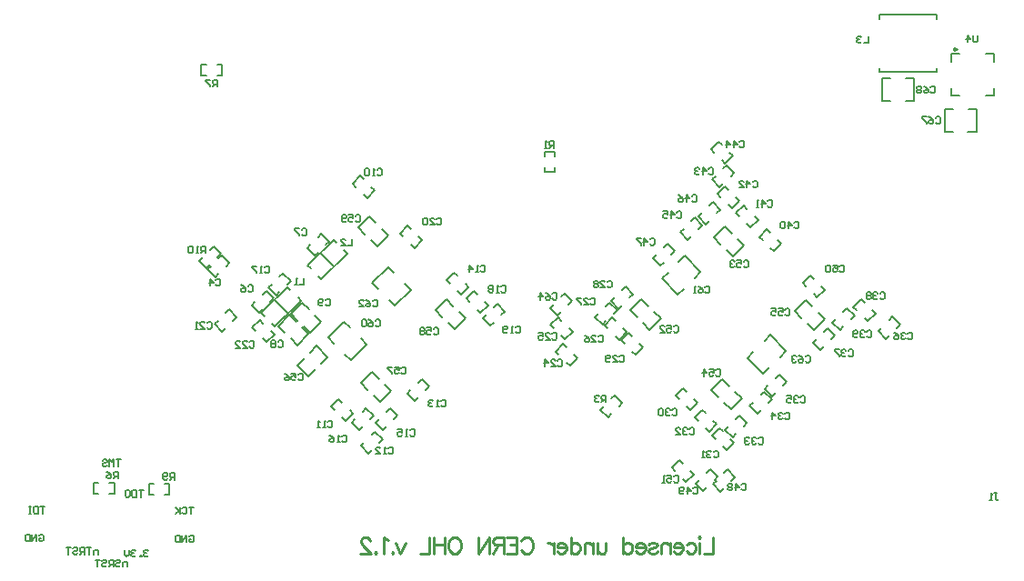
<source format=gbo>
G04*
G04 #@! TF.GenerationSoftware,Altium Limited,Altium Designer,19.1.8 (144)*
G04*
G04 Layer_Color=32896*
%FSLAX44Y44*%
%MOMM*%
G71*
G01*
G75*
%ADD11C,0.2540*%
%ADD12C,0.1270*%
%ADD13C,0.1524*%
%ADD130C,0.1500*%
D11*
X876510Y499880D02*
X874605Y500980D01*
Y498780D01*
X876510Y499880D01*
X650000Y45237D02*
Y30000D01*
X641293D01*
X638173Y45237D02*
X637448Y44511D01*
X636722Y45237D01*
X637448Y45962D01*
X638173Y45237D01*
X637448Y40158D02*
Y30000D01*
X625331Y37981D02*
X626782Y39432D01*
X628233Y40158D01*
X630410D01*
X631861Y39432D01*
X633312Y37981D01*
X634038Y35804D01*
Y34353D01*
X633312Y32177D01*
X631861Y30726D01*
X630410Y30000D01*
X628233D01*
X626782Y30726D01*
X625331Y32177D01*
X622066Y35804D02*
X613359D01*
Y37256D01*
X614085Y38707D01*
X614810Y39432D01*
X616261Y40158D01*
X618438D01*
X619889Y39432D01*
X621340Y37981D01*
X622066Y35804D01*
Y34353D01*
X621340Y32177D01*
X619889Y30726D01*
X618438Y30000D01*
X616261D01*
X614810Y30726D01*
X613359Y32177D01*
X610094Y40158D02*
Y30000D01*
Y37256D02*
X607918Y39432D01*
X606466Y40158D01*
X604290D01*
X602839Y39432D01*
X602113Y37256D01*
Y30000D01*
X590141Y37981D02*
X590867Y39432D01*
X593044Y40158D01*
X595220D01*
X597397Y39432D01*
X598122Y37981D01*
X597397Y36530D01*
X595946Y35804D01*
X592318Y35079D01*
X590867Y34353D01*
X590141Y32902D01*
Y32177D01*
X590867Y30726D01*
X593044Y30000D01*
X595220D01*
X597397Y30726D01*
X598122Y32177D01*
X586949Y35804D02*
X578242D01*
Y37256D01*
X578968Y38707D01*
X579693Y39432D01*
X581144Y40158D01*
X583321D01*
X584772Y39432D01*
X586223Y37981D01*
X586949Y35804D01*
Y34353D01*
X586223Y32177D01*
X584772Y30726D01*
X583321Y30000D01*
X581144D01*
X579693Y30726D01*
X578242Y32177D01*
X566270Y45237D02*
Y30000D01*
Y37981D02*
X567722Y39432D01*
X569173Y40158D01*
X571349D01*
X572800Y39432D01*
X574252Y37981D01*
X574977Y35804D01*
Y34353D01*
X574252Y32177D01*
X572800Y30726D01*
X571349Y30000D01*
X569173D01*
X567722Y30726D01*
X566270Y32177D01*
X550236Y40158D02*
Y32902D01*
X549510Y30726D01*
X548059Y30000D01*
X545882D01*
X544431Y30726D01*
X542254Y32902D01*
Y40158D02*
Y30000D01*
X538264Y40158D02*
Y30000D01*
Y37256D02*
X536087Y39432D01*
X534636Y40158D01*
X532459D01*
X531008Y39432D01*
X530283Y37256D01*
Y30000D01*
X517585Y45237D02*
Y30000D01*
Y37981D02*
X519037Y39432D01*
X520488Y40158D01*
X522664D01*
X524115Y39432D01*
X525567Y37981D01*
X526292Y35804D01*
Y34353D01*
X525567Y32177D01*
X524115Y30726D01*
X522664Y30000D01*
X520488D01*
X519037Y30726D01*
X517585Y32177D01*
X513522Y35804D02*
X504816D01*
Y37256D01*
X505541Y38707D01*
X506267Y39432D01*
X507718Y40158D01*
X509894D01*
X511346Y39432D01*
X512797Y37981D01*
X513522Y35804D01*
Y34353D01*
X512797Y32177D01*
X511346Y30726D01*
X509894Y30000D01*
X507718D01*
X506267Y30726D01*
X504816Y32177D01*
X501551Y40158D02*
Y30000D01*
Y35804D02*
X500825Y37981D01*
X499374Y39432D01*
X497923Y40158D01*
X495746D01*
X471512Y41609D02*
X472238Y43060D01*
X473689Y44511D01*
X475140Y45237D01*
X478042D01*
X479494Y44511D01*
X480945Y43060D01*
X481670Y41609D01*
X482396Y39432D01*
Y35804D01*
X481670Y33628D01*
X480945Y32177D01*
X479494Y30726D01*
X478042Y30000D01*
X475140D01*
X473689Y30726D01*
X472238Y32177D01*
X471512Y33628D01*
X457799Y45237D02*
X467232D01*
Y30000D01*
X457799D01*
X467232Y37981D02*
X461427D01*
X455260Y45237D02*
Y30000D01*
Y45237D02*
X448730D01*
X446553Y44511D01*
X445828Y43786D01*
X445102Y42334D01*
Y40883D01*
X445828Y39432D01*
X446553Y38707D01*
X448730Y37981D01*
X455260D01*
X450181D02*
X445102Y30000D01*
X441692Y45237D02*
Y30000D01*
Y45237D02*
X431534Y30000D01*
Y45237D02*
Y30000D01*
X411001Y45237D02*
X412452Y44511D01*
X413903Y43060D01*
X414629Y41609D01*
X415354Y39432D01*
Y35804D01*
X414629Y33628D01*
X413903Y32177D01*
X412452Y30726D01*
X411001Y30000D01*
X408099D01*
X406647Y30726D01*
X405196Y32177D01*
X404471Y33628D01*
X403745Y35804D01*
Y39432D01*
X404471Y41609D01*
X405196Y43060D01*
X406647Y44511D01*
X408099Y45237D01*
X411001D01*
X400190D02*
Y30000D01*
X390032Y45237D02*
Y30000D01*
X400190Y37981D02*
X390032D01*
X385824Y45237D02*
Y30000D01*
X377117D01*
X363477Y40158D02*
X359123Y30000D01*
X354770Y40158D02*
X359123Y30000D01*
X351577Y31451D02*
X352303Y30726D01*
X351577Y30000D01*
X350852Y30726D01*
X351577Y31451D01*
X347514Y42334D02*
X346063Y43060D01*
X343887Y45237D01*
Y30000D01*
X335615Y31451D02*
X336341Y30726D01*
X335615Y30000D01*
X334890Y30726D01*
X335615Y31451D01*
X330826Y41609D02*
Y42334D01*
X330101Y43786D01*
X329375Y44511D01*
X327924Y45237D01*
X325022D01*
X323571Y44511D01*
X322845Y43786D01*
X322120Y42334D01*
Y40883D01*
X322845Y39432D01*
X324296Y37256D01*
X331552Y30000D01*
X321394D01*
D12*
X872190Y495310D02*
X879570D01*
X872190Y456190D02*
Y463568D01*
X903930Y456190D02*
X911310D01*
Y487932D02*
Y495310D01*
X903930D02*
X911310D01*
Y456190D02*
Y463568D01*
X872190Y456190D02*
X879570D01*
X872190Y487932D02*
Y495310D01*
X829216Y472750D02*
X837216D01*
X829216Y451750D02*
X837216D01*
X807216D02*
X814716D01*
X807216Y472750D02*
X815216D01*
X837216Y451750D02*
Y472750D01*
X807216Y451750D02*
Y472750D01*
X865500Y422750D02*
X873500D01*
X865500Y443750D02*
X873500D01*
X888000D02*
X895500D01*
X887500Y422750D02*
X895500D01*
X865500D02*
Y443750D01*
X895500Y422750D02*
Y443750D01*
X498497Y258818D02*
X501679Y262000D01*
X498497Y258818D02*
X505568Y251747D01*
X508750Y254929D01*
X515821Y262000D02*
X519003Y265182D01*
X511932Y272253D02*
X519003Y265182D01*
X508750Y269071D02*
X511932Y272253D01*
X196821Y297750D02*
X200003Y300932D01*
X192932Y308003D02*
X200003Y300932D01*
X189750Y304821D02*
X192932Y308003D01*
X179497Y294568D02*
X182679Y297750D01*
X179497Y294568D02*
X186568Y287497D01*
X189750Y290679D01*
X178568Y295747D02*
X181750Y298929D01*
X171497Y302818D02*
X178568Y295747D01*
X171497Y302818D02*
X174679Y306000D01*
X181750Y313071D02*
X184932Y316253D01*
X192003Y309182D01*
X188821Y306000D02*
X192003Y309182D01*
X220497Y261318D02*
X223679Y264500D01*
X220497Y261318D02*
X227568Y254247D01*
X230750Y257429D01*
X237821Y264500D02*
X241003Y267682D01*
X233932Y274753D02*
X241003Y267682D01*
X230750Y271571D02*
X233932Y274753D01*
X289321Y317500D02*
X292503Y320682D01*
X285432Y327753D02*
X292503Y320682D01*
X282250Y324571D02*
X285432Y327753D01*
X271997Y314318D02*
X275179Y317500D01*
X271997Y314318D02*
X279068Y307247D01*
X282250Y310429D01*
X245181Y241962D02*
X255611Y252392D01*
X261975Y246028D01*
X257025Y230472D02*
X263389Y224108D01*
X273642Y234361D01*
X267278Y240725D02*
X273642Y234361D01*
X245181Y241962D02*
X251545Y235598D01*
X256931Y253212D02*
X267361Y263642D01*
X273725Y257278D01*
X268775Y241722D02*
X275139Y235358D01*
X285392Y245611D01*
X279028Y251975D02*
X285392Y245611D01*
X256931Y253212D02*
X263295Y246848D01*
X321568Y381753D02*
X324750Y378571D01*
X314497Y374682D02*
X321568Y381753D01*
X314497Y374682D02*
X317679Y371500D01*
X324750Y364429D02*
X327932Y361247D01*
X335003Y368318D01*
X331821Y371500D02*
X335003Y368318D01*
X301568Y174003D02*
X304750Y170821D01*
X294497Y166932D02*
X301568Y174003D01*
X294497Y166932D02*
X297679Y163750D01*
X304750Y156679D02*
X307932Y153497D01*
X315003Y160568D01*
X311821Y163750D02*
X315003Y160568D01*
X339321Y133500D02*
X342503Y136682D01*
X335432Y143753D02*
X342503Y136682D01*
X332250Y140571D02*
X335432Y143753D01*
X321997Y130318D02*
X325179Y133500D01*
X321997Y130318D02*
X329068Y123247D01*
X332250Y126429D01*
X382571Y182250D02*
X385753Y185432D01*
X378682Y192503D02*
X385753Y185432D01*
X375500Y189321D02*
X378682Y192503D01*
X365247Y179068D02*
X368429Y182250D01*
X365247Y179068D02*
X372318Y171997D01*
X375500Y175179D01*
X409068Y291753D02*
X412250Y288571D01*
X401997Y284682D02*
X409068Y291753D01*
X401997Y284682D02*
X405179Y281500D01*
X412250Y274429D02*
X415432Y271247D01*
X422503Y278318D01*
X419321Y281500D02*
X422503Y278318D01*
X353071Y155250D02*
X356253Y158432D01*
X349182Y165503D02*
X356253Y158432D01*
X346000Y162321D02*
X349182Y165503D01*
X335747Y152068D02*
X338929Y155250D01*
X335747Y152068D02*
X342818Y144997D01*
X346000Y148179D01*
X330821Y155250D02*
X334003Y158432D01*
X326932Y165503D02*
X334003Y158432D01*
X323750Y162321D02*
X326932Y165503D01*
X313497Y152068D02*
X316679Y155250D01*
X313497Y152068D02*
X320568Y144997D01*
X323750Y148179D01*
X236247Y277568D02*
X239429Y280750D01*
X236247Y277568D02*
X243318Y270497D01*
X246500Y273679D01*
X253571Y280750D02*
X256753Y283932D01*
X249682Y291003D02*
X256753Y283932D01*
X246500Y287821D02*
X249682Y291003D01*
X430500Y257179D02*
X433682Y253997D01*
X440753Y261068D01*
X437571Y264250D02*
X440753Y261068D01*
X427318Y274503D02*
X430500Y271321D01*
X420247Y267432D02*
X427318Y274503D01*
X420247Y267432D02*
X423429Y264250D01*
X435747Y249068D02*
X438929Y252250D01*
X435747Y249068D02*
X442818Y241997D01*
X446000Y245179D01*
X453071Y252250D02*
X456253Y255432D01*
X449182Y262503D02*
X456253Y255432D01*
X446000Y259321D02*
X449182Y262503D01*
X368750Y317929D02*
X371932Y314747D01*
X379003Y321818D01*
X375821Y325000D02*
X379003Y321818D01*
X365568Y335253D02*
X368750Y332071D01*
X358497Y328182D02*
X365568Y335253D01*
X358497Y328182D02*
X361679Y325000D01*
X185997Y243818D02*
X189179Y247000D01*
X185997Y243818D02*
X193068Y236747D01*
X196250Y239929D01*
X203321Y247000D02*
X206503Y250182D01*
X199432Y257253D02*
X206503Y250182D01*
X196250Y254071D02*
X199432Y257253D01*
X231250Y230179D02*
X234432Y226997D01*
X241503Y234068D01*
X238321Y237250D02*
X241503Y234068D01*
X228068Y247503D02*
X231250Y244321D01*
X220997Y240432D02*
X228068Y247503D01*
X220997Y240432D02*
X224179Y237250D01*
X552318Y156997D02*
X555500Y160179D01*
X545247Y164068D02*
X552318Y156997D01*
X545247Y164068D02*
X548429Y167250D01*
X555500Y174321D02*
X558682Y177503D01*
X565753Y170432D01*
X562571Y167250D02*
X565753Y170432D01*
X88000Y95500D02*
X92500D01*
Y85500D02*
Y95500D01*
X88000Y85500D02*
X92500D01*
X73500D02*
X78000D01*
X73500D02*
Y95500D01*
X78000D01*
X125000Y84750D02*
X129500D01*
X125000D02*
Y94750D01*
X129500D01*
X139500D02*
X144000D01*
Y84750D02*
Y94750D01*
X139500Y84750D02*
X144000D01*
X513500Y207929D02*
X516682Y204747D01*
X523753Y211818D01*
X520571Y215000D02*
X523753Y211818D01*
X510318Y225253D02*
X513500Y222071D01*
X503247Y218182D02*
X510318Y225253D01*
X503247Y218182D02*
X506429Y215000D01*
X505818Y250003D02*
X509000Y246821D01*
X498747Y242932D02*
X505818Y250003D01*
X498747Y242932D02*
X501929Y239750D01*
X509000Y232679D02*
X512182Y229497D01*
X519253Y236568D01*
X516071Y239750D02*
X519253Y236568D01*
X556068Y249753D02*
X559250Y246571D01*
X548997Y242682D02*
X556068Y249753D01*
X548997Y242682D02*
X552179Y239500D01*
X559250Y232429D02*
X562432Y229247D01*
X569503Y236318D01*
X566321Y239500D02*
X569503Y236318D01*
X557571Y253500D02*
X560753Y256682D01*
X553682Y263753D02*
X560753Y256682D01*
X550500Y260571D02*
X553682Y263753D01*
X540247Y250318D02*
X543429Y253500D01*
X540247Y250318D02*
X547318Y243247D01*
X550500Y246429D01*
X572321Y268250D02*
X575503Y271432D01*
X568432Y278503D02*
X575503Y271432D01*
X565250Y275321D02*
X568432Y278503D01*
X554997Y265068D02*
X558179Y268250D01*
X554997Y265068D02*
X562068Y257997D01*
X565250Y261179D01*
X574750Y218179D02*
X577932Y214997D01*
X585003Y222068D01*
X581821Y225250D02*
X585003Y222068D01*
X571568Y235503D02*
X574750Y232321D01*
X564497Y228432D02*
X571568Y235503D01*
X564497Y228432D02*
X567679Y225250D01*
X625500Y166679D02*
X628682Y163497D01*
X635753Y170568D01*
X632571Y173750D02*
X635753Y170568D01*
X622318Y184003D02*
X625500Y180821D01*
X615247Y176932D02*
X622318Y184003D01*
X615247Y176932D02*
X618429Y173750D01*
X659250Y129679D02*
X662432Y126497D01*
X669503Y133568D01*
X666321Y136750D02*
X669503Y133568D01*
X656068Y147003D02*
X659250Y143821D01*
X648997Y139932D02*
X656068Y147003D01*
X648997Y139932D02*
X652179Y136750D01*
X640068Y164003D02*
X643250Y160821D01*
X632997Y156932D02*
X640068Y164003D01*
X632997Y156932D02*
X636179Y153750D01*
X643250Y146679D02*
X646432Y143497D01*
X653503Y150568D01*
X650321Y153750D02*
X653503Y150568D01*
X678571Y148500D02*
X681753Y151682D01*
X674682Y158753D02*
X681753Y151682D01*
X671500Y155571D02*
X674682Y158753D01*
X661247Y145318D02*
X664429Y148500D01*
X661247Y145318D02*
X668318Y138247D01*
X671500Y141429D01*
X684247Y167568D02*
X687429Y170750D01*
X684247Y167568D02*
X691318Y160497D01*
X694500Y163679D01*
X701571Y170750D02*
X704753Y173932D01*
X697682Y181003D02*
X704753Y173932D01*
X694500Y177821D02*
X697682Y181003D01*
X715321Y186500D02*
X718503Y189682D01*
X711432Y196753D02*
X718503Y189682D01*
X708250Y193571D02*
X711432Y196753D01*
X697997Y183318D02*
X701179Y186500D01*
X697997Y183318D02*
X705068Y176247D01*
X708250Y179429D01*
X821071Y240250D02*
X824253Y243432D01*
X817182Y250503D02*
X824253Y243432D01*
X814000Y247321D02*
X817182Y250503D01*
X803747Y237068D02*
X806929Y240250D01*
X803747Y237068D02*
X810818Y229997D01*
X814000Y233179D01*
X742997Y226568D02*
X746179Y229750D01*
X742997Y226568D02*
X750068Y219497D01*
X753250Y222679D01*
X760321Y229750D02*
X763503Y232932D01*
X756432Y240003D02*
X763503Y232932D01*
X753250Y236821D02*
X756432Y240003D01*
X787818Y266753D02*
X791000Y263571D01*
X780747Y259682D02*
X787818Y266753D01*
X780747Y259682D02*
X783929Y256500D01*
X791000Y249429D02*
X794182Y246247D01*
X801253Y253318D01*
X798071Y256500D02*
X801253Y253318D01*
X761247Y245068D02*
X764429Y248250D01*
X761247Y245068D02*
X768318Y237997D01*
X771500Y241179D01*
X778571Y248250D02*
X781753Y251432D01*
X774682Y258503D02*
X781753Y251432D01*
X771500Y255321D02*
X774682Y258503D01*
X700068Y332003D02*
X703250Y328821D01*
X692997Y324932D02*
X700068Y332003D01*
X692997Y324932D02*
X696179Y321750D01*
X703250Y314679D02*
X706432Y311497D01*
X713503Y318568D01*
X710321Y321750D02*
X713503Y318568D01*
X681750Y336929D02*
X684932Y333747D01*
X692003Y340818D01*
X688821Y344000D02*
X692003Y340818D01*
X678568Y354253D02*
X681750Y351071D01*
X671497Y347182D02*
X678568Y354253D01*
X671497Y347182D02*
X674679Y344000D01*
X664250Y354679D02*
X667432Y351497D01*
X674503Y358568D01*
X671321Y361750D02*
X674503Y358568D01*
X661068Y372003D02*
X664250Y368821D01*
X653997Y364932D02*
X661068Y372003D01*
X653997Y364932D02*
X657179Y361750D01*
X649247Y378318D02*
X652429Y381500D01*
X649247Y378318D02*
X656318Y371247D01*
X659500Y374429D01*
X666571Y381500D02*
X669753Y384682D01*
X662682Y391753D02*
X669753Y384682D01*
X659500Y388571D02*
X662682Y391753D01*
X655068Y413753D02*
X658250Y410571D01*
X647997Y406682D02*
X655068Y413753D01*
X647997Y406682D02*
X651179Y403500D01*
X658250Y396429D02*
X661432Y393247D01*
X668503Y400318D01*
X665321Y403500D02*
X668503Y400318D01*
X619497Y329318D02*
X622679Y332500D01*
X619497Y329318D02*
X626568Y322247D01*
X629750Y325429D01*
X636821Y332500D02*
X640003Y335682D01*
X632932Y342753D02*
X640003Y335682D01*
X629750Y339571D02*
X632932Y342753D01*
X636497Y343818D02*
X639679Y347000D01*
X636497Y343818D02*
X643568Y336747D01*
X646750Y339929D01*
X653821Y347000D02*
X657003Y350182D01*
X649932Y357253D02*
X657003Y350182D01*
X646750Y354071D02*
X649932Y357253D01*
X611321Y308250D02*
X614503Y311432D01*
X607432Y318503D02*
X614503Y311432D01*
X604250Y315321D02*
X607432Y318503D01*
X593997Y305068D02*
X597179Y308250D01*
X593997Y305068D02*
X601068Y297997D01*
X604250Y301179D01*
X649997Y94818D02*
X653179Y98000D01*
X649997Y94818D02*
X657068Y87747D01*
X660250Y90929D01*
X667321Y98000D02*
X670503Y101182D01*
X663432Y108253D02*
X670503Y101182D01*
X660250Y105071D02*
X663432Y108253D01*
X633997Y95318D02*
X637179Y98500D01*
X633997Y95318D02*
X641068Y88247D01*
X644250Y91429D01*
X651321Y98500D02*
X654503Y101682D01*
X647432Y108753D02*
X654503Y101682D01*
X644250Y105571D02*
X647432Y108753D01*
X740568Y289003D02*
X743750Y285821D01*
X733497Y281932D02*
X740568Y289003D01*
X733497Y281932D02*
X736679Y278750D01*
X743750Y271679D02*
X746932Y268497D01*
X754003Y275568D01*
X750821Y278750D02*
X754003Y275568D01*
X618568Y117003D02*
X621750Y113821D01*
X611497Y109932D02*
X618568Y117003D01*
X611497Y109932D02*
X614679Y106750D01*
X621750Y99679D02*
X624932Y96497D01*
X632003Y103568D01*
X628821Y106750D02*
X632003Y103568D01*
X591139Y238358D02*
X601569Y248788D01*
X584775Y244722D02*
X591139Y238358D01*
X583361Y266642D02*
X589725Y260278D01*
X573108Y256389D02*
X583361Y266642D01*
X573108Y256389D02*
X579472Y250025D01*
X595205Y255152D02*
X601569Y248788D01*
X650681Y324212D02*
X661111Y334642D01*
X667475Y328278D01*
X662525Y312722D02*
X668889Y306358D01*
X679142Y316611D01*
X672778Y322975D02*
X679142Y316611D01*
X650681Y324212D02*
X657045Y317848D01*
X648431Y181962D02*
X658861Y192392D01*
X665225Y186028D01*
X660275Y170472D02*
X666639Y164108D01*
X676892Y174361D01*
X670528Y180725D02*
X676892Y174361D01*
X648431Y181962D02*
X654795Y175598D01*
X725931Y255712D02*
X736361Y266142D01*
X742725Y259778D01*
X737775Y244222D02*
X744139Y237858D01*
X754392Y248111D01*
X748028Y254475D02*
X754392Y248111D01*
X725931Y255712D02*
X732295Y249348D01*
X280962Y223569D02*
X291392Y213139D01*
X285028Y206775D02*
X291392Y213139D01*
X263108Y205361D02*
X269472Y211725D01*
X263108Y205361D02*
X273361Y195108D01*
X279725Y201472D01*
X274598Y217205D02*
X280962Y223569D01*
X322181Y188712D02*
X332611Y199142D01*
X338975Y192778D01*
X334025Y177222D02*
X340389Y170858D01*
X350642Y181111D01*
X344278Y187475D02*
X350642Y181111D01*
X322181Y188712D02*
X328545Y182348D01*
X391431Y256462D02*
X401861Y266892D01*
X408225Y260528D01*
X403275Y244972D02*
X409639Y238608D01*
X419892Y248861D01*
X413528Y255225D02*
X419892Y248861D01*
X391431Y256462D02*
X397795Y250098D01*
X319431Y333712D02*
X329861Y344142D01*
X336225Y337778D01*
X331275Y322222D02*
X337639Y315858D01*
X347892Y326111D01*
X341528Y332475D02*
X347892Y326111D01*
X319431Y333712D02*
X325795Y327348D01*
X291719Y231182D02*
X306568Y246031D01*
X312932Y209969D02*
X327781Y224818D01*
X306568Y246031D02*
X312225Y240374D01*
X291719Y231182D02*
X297022Y225879D01*
X307275Y215626D02*
X312932Y209969D01*
X322124Y230475D02*
X327781Y224818D01*
X602469Y286068D02*
X617318Y271219D01*
X623682Y307281D02*
X638531Y292432D01*
X602469Y286068D02*
X608126Y291725D01*
X617318Y271219D02*
X622621Y276522D01*
X632874Y286775D02*
X638531Y292432D01*
X618025Y301624D02*
X623682Y307281D01*
X332719Y281932D02*
X347568Y296781D01*
X353932Y260719D02*
X368781Y275568D01*
X347568Y296781D02*
X353225Y291124D01*
X332719Y281932D02*
X338022Y276629D01*
X348275Y266376D02*
X353932Y260719D01*
X363124Y281225D02*
X368781Y275568D01*
X703182Y233531D02*
X718031Y218682D01*
X681969Y212318D02*
X696818Y197469D01*
X712374Y213025D02*
X718031Y218682D01*
X697879Y228228D02*
X703182Y233531D01*
X681969Y212318D02*
X687626Y217975D01*
X696818Y197469D02*
X702475Y203126D01*
X493000Y385500D02*
Y390000D01*
Y385500D02*
X503000D01*
Y390000D01*
Y400000D02*
Y404500D01*
X493000D02*
X503000D01*
X493000Y400000D02*
Y404500D01*
X173750Y475000D02*
X178250D01*
X173750D02*
Y485000D01*
X178250D01*
X188250D02*
X192750D01*
Y475000D02*
Y485000D01*
X188250Y475000D02*
X192750D01*
X166500Y73098D02*
X162268D01*
X164384D01*
Y66750D01*
X155920Y72040D02*
X156978Y73098D01*
X159094D01*
X160152Y72040D01*
Y67808D01*
X159094Y66750D01*
X156978D01*
X155920Y67808D01*
X153804Y73098D02*
Y66750D01*
Y68866D01*
X149572Y73098D01*
X152746Y69924D01*
X149572Y66750D01*
X162268Y45790D02*
X163326Y46848D01*
X165442D01*
X166500Y45790D01*
Y41558D01*
X165442Y40500D01*
X163326D01*
X162268Y41558D01*
Y43674D01*
X164384D01*
X160152Y40500D02*
Y46848D01*
X155920Y40500D01*
Y46848D01*
X153804D02*
Y40500D01*
X150630D01*
X149572Y41558D01*
Y45790D01*
X150630Y46848D01*
X153804D01*
X119750Y89098D02*
X115518D01*
X117634D01*
Y82750D01*
X113402Y89098D02*
Y82750D01*
X110228D01*
X109170Y83808D01*
Y88040D01*
X110228Y89098D01*
X113402D01*
X103880D02*
X105996D01*
X107054Y88040D01*
Y83808D01*
X105996Y82750D01*
X103880D01*
X102822Y83808D01*
Y88040D01*
X103880Y89098D01*
X124250Y32540D02*
X123192Y33598D01*
X121076D01*
X120018Y32540D01*
Y31482D01*
X121076Y30424D01*
X122134D01*
X121076D01*
X120018Y29366D01*
Y28308D01*
X121076Y27250D01*
X123192D01*
X124250Y28308D01*
X117902Y27250D02*
Y28308D01*
X116844D01*
Y27250D01*
X117902D01*
X112612Y32540D02*
X111554Y33598D01*
X109438D01*
X108380Y32540D01*
Y31482D01*
X109438Y30424D01*
X110496D01*
X109438D01*
X108380Y29366D01*
Y28308D01*
X109438Y27250D01*
X111554D01*
X112612Y28308D01*
X106264Y33598D02*
Y29366D01*
X104148Y27250D01*
X102032Y29366D01*
Y33598D01*
X98500Y117598D02*
X94268D01*
X96384D01*
Y111250D01*
X92152D02*
Y117598D01*
X90036Y115482D01*
X87920Y117598D01*
Y111250D01*
X81572Y116540D02*
X82630Y117598D01*
X84746D01*
X85804Y116540D01*
Y115482D01*
X84746Y114424D01*
X82630D01*
X81572Y113366D01*
Y112308D01*
X82630Y111250D01*
X84746D01*
X85804Y112308D01*
X104500Y18000D02*
Y22232D01*
X101326D01*
X100268Y21174D01*
Y18000D01*
X93920Y23290D02*
X94978Y24348D01*
X97094D01*
X98152Y23290D01*
Y22232D01*
X97094Y21174D01*
X94978D01*
X93920Y20116D01*
Y19058D01*
X94978Y18000D01*
X97094D01*
X98152Y19058D01*
X91804Y18000D02*
Y24348D01*
X88630D01*
X87572Y23290D01*
Y21174D01*
X88630Y20116D01*
X91804D01*
X89688D02*
X87572Y18000D01*
X81224Y23290D02*
X82282Y24348D01*
X84398D01*
X85456Y23290D01*
Y22232D01*
X84398Y21174D01*
X82282D01*
X81224Y20116D01*
Y19058D01*
X82282Y18000D01*
X84398D01*
X85456Y19058D01*
X79108Y24348D02*
X74876D01*
X76992D01*
Y18000D01*
X77500Y29250D02*
Y33482D01*
X74326D01*
X73268Y32424D01*
Y29250D01*
X71152Y35598D02*
X66920D01*
X69036D01*
Y29250D01*
X64804D02*
Y35598D01*
X61630D01*
X60572Y34540D01*
Y32424D01*
X61630Y31366D01*
X64804D01*
X62688D02*
X60572Y29250D01*
X54224Y34540D02*
X55282Y35598D01*
X57398D01*
X58456Y34540D01*
Y33482D01*
X57398Y32424D01*
X55282D01*
X54224Y31366D01*
Y30308D01*
X55282Y29250D01*
X57398D01*
X58456Y30308D01*
X52108Y35598D02*
X47876D01*
X49992D01*
Y29250D01*
X27750Y73848D02*
X23518D01*
X25634D01*
Y67500D01*
X21402Y73848D02*
Y67500D01*
X18228D01*
X17170Y68558D01*
Y72790D01*
X18228Y73848D01*
X21402D01*
X15054D02*
X12938D01*
X13996D01*
Y67500D01*
X15054D01*
X12938D01*
X22268Y46790D02*
X23326Y47848D01*
X25442D01*
X26500Y46790D01*
Y42558D01*
X25442Y41500D01*
X23326D01*
X22268Y42558D01*
Y44674D01*
X24384D01*
X20152Y41500D02*
Y47848D01*
X15920Y41500D01*
Y47848D01*
X13804D02*
Y41500D01*
X10630D01*
X9572Y42558D01*
Y46790D01*
X10630Y47848D01*
X13804D01*
X896250Y512618D02*
Y507328D01*
X895192Y506270D01*
X893076D01*
X892018Y507328D01*
Y512618D01*
X886728Y506270D02*
Y512618D01*
X889902Y509444D01*
X885670D01*
X794750Y511848D02*
Y505500D01*
X790518D01*
X788402Y510790D02*
X787344Y511848D01*
X785228D01*
X784170Y510790D01*
Y509732D01*
X785228Y508674D01*
X786286D01*
X785228D01*
X784170Y507616D01*
Y506558D01*
X785228Y505500D01*
X787344D01*
X788402Y506558D01*
X852518Y464040D02*
X853576Y465098D01*
X855692D01*
X856750Y464040D01*
Y459808D01*
X855692Y458750D01*
X853576D01*
X852518Y459808D01*
X846170Y465098D02*
X848286Y464040D01*
X850402Y461924D01*
Y459808D01*
X849344Y458750D01*
X847228D01*
X846170Y459808D01*
Y460866D01*
X847228Y461924D01*
X850402D01*
X844054Y464040D02*
X842996Y465098D01*
X840880D01*
X839822Y464040D01*
Y462982D01*
X840880Y461924D01*
X839822Y460866D01*
Y459808D01*
X840880Y458750D01*
X842996D01*
X844054Y459808D01*
Y460866D01*
X842996Y461924D01*
X844054Y462982D01*
Y464040D01*
X842996Y461924D02*
X840880D01*
X857268Y435790D02*
X858326Y436848D01*
X860442D01*
X861500Y435790D01*
Y431558D01*
X860442Y430500D01*
X858326D01*
X857268Y431558D01*
X850920Y436848D02*
X853036Y435790D01*
X855152Y433674D01*
Y431558D01*
X854094Y430500D01*
X851978D01*
X850920Y431558D01*
Y432616D01*
X851978Y433674D01*
X855152D01*
X848804Y436848D02*
X844572D01*
Y435790D01*
X848804Y431558D01*
Y430500D01*
X500518Y271790D02*
X501576Y272848D01*
X503692D01*
X504750Y271790D01*
Y267558D01*
X503692Y266500D01*
X501576D01*
X500518Y267558D01*
X494170Y272848D02*
X496286Y271790D01*
X498402Y269674D01*
Y267558D01*
X497344Y266500D01*
X495228D01*
X494170Y267558D01*
Y268616D01*
X495228Y269674D01*
X498402D01*
X488880Y266500D02*
Y272848D01*
X492054Y269674D01*
X487822D01*
X912018Y86348D02*
X914134D01*
X913076D01*
Y81058D01*
X914134Y80000D01*
X915192D01*
X916250Y81058D01*
X909902Y80000D02*
X907786D01*
X908844D01*
Y86348D01*
X909902Y85290D01*
X502000Y407750D02*
Y414098D01*
X498826D01*
X497768Y413040D01*
Y410924D01*
X498826Y409866D01*
X502000D01*
X499884D02*
X497768Y407750D01*
X495652D02*
X493536D01*
X494594D01*
Y414098D01*
X495652Y413040D01*
X269250Y286598D02*
Y280250D01*
X265018D01*
X262902D02*
X260786D01*
X261844D01*
Y286598D01*
X262902Y285540D01*
X187018Y284540D02*
X188076Y285598D01*
X190192D01*
X191250Y284540D01*
Y280308D01*
X190192Y279250D01*
X188076D01*
X187018Y280308D01*
X181728Y279250D02*
Y285598D01*
X184902Y282424D01*
X180670D01*
X177500Y309750D02*
Y316098D01*
X174326D01*
X173268Y315040D01*
Y312924D01*
X174326Y311866D01*
X177500D01*
X175384D02*
X173268Y309750D01*
X171152D02*
X169036D01*
X170094D01*
Y316098D01*
X171152Y315040D01*
X165862D02*
X164804Y316098D01*
X162688D01*
X161630Y315040D01*
Y310808D01*
X162688Y309750D01*
X164804D01*
X165862Y310808D01*
Y315040D01*
X217018Y279040D02*
X218076Y280098D01*
X220192D01*
X221250Y279040D01*
Y274808D01*
X220192Y273750D01*
X218076D01*
X217018Y274808D01*
X210670Y280098D02*
X212786Y279040D01*
X214902Y276924D01*
Y274808D01*
X213844Y273750D01*
X211728D01*
X210670Y274808D01*
Y275866D01*
X211728Y276924D01*
X214902D01*
X267268Y331540D02*
X268326Y332598D01*
X270442D01*
X271500Y331540D01*
Y327308D01*
X270442Y326250D01*
X268326D01*
X267268Y327308D01*
X265152Y332598D02*
X260920D01*
Y331540D01*
X265152Y327308D01*
Y326250D01*
X314000Y322848D02*
Y316500D01*
X309768D01*
X303420D02*
X307652D01*
X303420Y320732D01*
Y321790D01*
X304478Y322848D01*
X306594D01*
X307652Y321790D01*
X245018Y227540D02*
X246076Y228598D01*
X248192D01*
X249250Y227540D01*
Y223308D01*
X248192Y222250D01*
X246076D01*
X245018Y223308D01*
X242902Y227540D02*
X241844Y228598D01*
X239728D01*
X238670Y227540D01*
Y226482D01*
X239728Y225424D01*
X238670Y224366D01*
Y223308D01*
X239728Y222250D01*
X241844D01*
X242902Y223308D01*
Y224366D01*
X241844Y225424D01*
X242902Y226482D01*
Y227540D01*
X241844Y225424D02*
X239728D01*
X289268Y266040D02*
X290326Y267098D01*
X292442D01*
X293500Y266040D01*
Y261808D01*
X292442Y260750D01*
X290326D01*
X289268Y261808D01*
X287152D02*
X286094Y260750D01*
X283978D01*
X282920Y261808D01*
Y266040D01*
X283978Y267098D01*
X286094D01*
X287152Y266040D01*
Y264982D01*
X286094Y263924D01*
X282920D01*
X337268Y387540D02*
X338326Y388598D01*
X340442D01*
X341500Y387540D01*
Y383308D01*
X340442Y382250D01*
X338326D01*
X337268Y383308D01*
X335152Y382250D02*
X333036D01*
X334094D01*
Y388598D01*
X335152Y387540D01*
X329862D02*
X328804Y388598D01*
X326688D01*
X325630Y387540D01*
Y383308D01*
X326688Y382250D01*
X328804D01*
X329862Y383308D01*
Y387540D01*
X291268Y152790D02*
X292326Y153848D01*
X294442D01*
X295500Y152790D01*
Y148558D01*
X294442Y147500D01*
X292326D01*
X291268Y148558D01*
X289152Y147500D02*
X287036D01*
X288094D01*
Y153848D01*
X289152Y152790D01*
X283862Y147500D02*
X281746D01*
X282804D01*
Y153848D01*
X283862Y152790D01*
X347768Y128290D02*
X348826Y129348D01*
X350942D01*
X352000Y128290D01*
Y124058D01*
X350942Y123000D01*
X348826D01*
X347768Y124058D01*
X345652Y123000D02*
X343536D01*
X344594D01*
Y129348D01*
X345652Y128290D01*
X336130Y123000D02*
X340362D01*
X336130Y127232D01*
Y128290D01*
X337188Y129348D01*
X339304D01*
X340362Y128290D01*
X397018Y172290D02*
X398076Y173348D01*
X400192D01*
X401250Y172290D01*
Y168058D01*
X400192Y167000D01*
X398076D01*
X397018Y168058D01*
X394902Y167000D02*
X392786D01*
X393844D01*
Y173348D01*
X394902Y172290D01*
X389612D02*
X388554Y173348D01*
X386438D01*
X385380Y172290D01*
Y171232D01*
X386438Y170174D01*
X387496D01*
X386438D01*
X385380Y169116D01*
Y168058D01*
X386438Y167000D01*
X388554D01*
X389612Y168058D01*
X433518Y297290D02*
X434576Y298348D01*
X436692D01*
X437750Y297290D01*
Y293058D01*
X436692Y292000D01*
X434576D01*
X433518Y293058D01*
X431402Y292000D02*
X429286D01*
X430344D01*
Y298348D01*
X431402Y297290D01*
X422938Y292000D02*
Y298348D01*
X426112Y295174D01*
X421880D01*
X368018Y144790D02*
X369076Y145848D01*
X371192D01*
X372250Y144790D01*
Y140558D01*
X371192Y139500D01*
X369076D01*
X368018Y140558D01*
X365902Y139500D02*
X363786D01*
X364844D01*
Y145848D01*
X365902Y144790D01*
X356380Y145848D02*
X360612D01*
Y142674D01*
X358496Y143732D01*
X357438D01*
X356380Y142674D01*
Y140558D01*
X357438Y139500D01*
X359554D01*
X360612Y140558D01*
X304768Y139290D02*
X305826Y140348D01*
X307942D01*
X309000Y139290D01*
Y135058D01*
X307942Y134000D01*
X305826D01*
X304768Y135058D01*
X302652Y134000D02*
X300536D01*
X301594D01*
Y140348D01*
X302652Y139290D01*
X293130Y140348D02*
X295246Y139290D01*
X297362Y137174D01*
Y135058D01*
X296304Y134000D01*
X294188D01*
X293130Y135058D01*
Y136116D01*
X294188Y137174D01*
X297362D01*
X232518Y296790D02*
X233576Y297848D01*
X235692D01*
X236750Y296790D01*
Y292558D01*
X235692Y291500D01*
X233576D01*
X232518Y292558D01*
X230402Y291500D02*
X228286D01*
X229344D01*
Y297848D01*
X230402Y296790D01*
X225112Y297848D02*
X220880D01*
Y296790D01*
X225112Y292558D01*
Y291500D01*
X452768Y278540D02*
X453826Y279598D01*
X455942D01*
X457000Y278540D01*
Y274308D01*
X455942Y273250D01*
X453826D01*
X452768Y274308D01*
X450652Y273250D02*
X448536D01*
X449594D01*
Y279598D01*
X450652Y278540D01*
X445362D02*
X444304Y279598D01*
X442188D01*
X441130Y278540D01*
Y277482D01*
X442188Y276424D01*
X441130Y275366D01*
Y274308D01*
X442188Y273250D01*
X444304D01*
X445362Y274308D01*
Y275366D01*
X444304Y276424D01*
X445362Y277482D01*
Y278540D01*
X444304Y276424D02*
X442188D01*
X466268Y240790D02*
X467326Y241848D01*
X469442D01*
X470500Y240790D01*
Y236558D01*
X469442Y235500D01*
X467326D01*
X466268Y236558D01*
X464152Y235500D02*
X462036D01*
X463094D01*
Y241848D01*
X464152Y240790D01*
X458862Y236558D02*
X457804Y235500D01*
X455688D01*
X454630Y236558D01*
Y240790D01*
X455688Y241848D01*
X457804D01*
X458862Y240790D01*
Y239732D01*
X457804Y238674D01*
X454630D01*
X392768Y341540D02*
X393826Y342598D01*
X395942D01*
X397000Y341540D01*
Y337308D01*
X395942Y336250D01*
X393826D01*
X392768Y337308D01*
X386420Y336250D02*
X390652D01*
X386420Y340482D01*
Y341540D01*
X387478Y342598D01*
X389594D01*
X390652Y341540D01*
X384304D02*
X383246Y342598D01*
X381130D01*
X380072Y341540D01*
Y337308D01*
X381130Y336250D01*
X383246D01*
X384304Y337308D01*
Y341540D01*
X179018Y244540D02*
X180076Y245598D01*
X182192D01*
X183250Y244540D01*
Y240308D01*
X182192Y239250D01*
X180076D01*
X179018Y240308D01*
X172670Y239250D02*
X176902D01*
X172670Y243482D01*
Y244540D01*
X173728Y245598D01*
X175844D01*
X176902Y244540D01*
X170554Y239250D02*
X168438D01*
X169496D01*
Y245598D01*
X170554Y244540D01*
X218518Y226790D02*
X219576Y227848D01*
X221692D01*
X222750Y226790D01*
Y222558D01*
X221692Y221500D01*
X219576D01*
X218518Y222558D01*
X212170Y221500D02*
X216402D01*
X212170Y225732D01*
Y226790D01*
X213228Y227848D01*
X215344D01*
X216402Y226790D01*
X205822Y221500D02*
X210054D01*
X205822Y225732D01*
Y226790D01*
X206880Y227848D01*
X208996D01*
X210054Y226790D01*
X550500Y171250D02*
Y177598D01*
X547326D01*
X546268Y176540D01*
Y174424D01*
X547326Y173366D01*
X550500D01*
X548384D02*
X546268Y171250D01*
X544152Y176540D02*
X543094Y177598D01*
X540978D01*
X539920Y176540D01*
Y175482D01*
X540978Y174424D01*
X542036D01*
X540978D01*
X539920Y173366D01*
Y172308D01*
X540978Y171250D01*
X543094D01*
X544152Y172308D01*
X96250Y100000D02*
Y106348D01*
X93076D01*
X92018Y105290D01*
Y103174D01*
X93076Y102116D01*
X96250D01*
X94134D02*
X92018Y100000D01*
X85670Y106348D02*
X87786Y105290D01*
X89902Y103174D01*
Y101058D01*
X88844Y100000D01*
X86728D01*
X85670Y101058D01*
Y102116D01*
X86728Y103174D01*
X89902D01*
X188250Y465000D02*
Y471348D01*
X185076D01*
X184018Y470290D01*
Y468174D01*
X185076Y467116D01*
X188250D01*
X186134D02*
X184018Y465000D01*
X181902Y471348D02*
X177670D01*
Y470290D01*
X181902Y466058D01*
Y465000D01*
X148750Y98750D02*
Y105098D01*
X145576D01*
X144518Y104040D01*
Y101924D01*
X145576Y100866D01*
X148750D01*
X146634D02*
X144518Y98750D01*
X142402Y99808D02*
X141344Y98750D01*
X139228D01*
X138170Y99808D01*
Y104040D01*
X139228Y105098D01*
X141344D01*
X142402Y104040D01*
Y102982D01*
X141344Y101924D01*
X138170D01*
X505268Y209790D02*
X506326Y210848D01*
X508442D01*
X509500Y209790D01*
Y205558D01*
X508442Y204500D01*
X506326D01*
X505268Y205558D01*
X498920Y204500D02*
X503152D01*
X498920Y208732D01*
Y209790D01*
X499978Y210848D01*
X502094D01*
X503152Y209790D01*
X493630Y204500D02*
Y210848D01*
X496804Y207674D01*
X492572D01*
X500268Y234540D02*
X501326Y235598D01*
X503442D01*
X504500Y234540D01*
Y230308D01*
X503442Y229250D01*
X501326D01*
X500268Y230308D01*
X493920Y229250D02*
X498152D01*
X493920Y233482D01*
Y234540D01*
X494978Y235598D01*
X497094D01*
X498152Y234540D01*
X487572Y235598D02*
X491804D01*
Y232424D01*
X489688Y233482D01*
X488630D01*
X487572Y232424D01*
Y230308D01*
X488630Y229250D01*
X490746D01*
X491804Y230308D01*
X543268Y232290D02*
X544326Y233348D01*
X546442D01*
X547500Y232290D01*
Y228058D01*
X546442Y227000D01*
X544326D01*
X543268Y228058D01*
X536920Y227000D02*
X541152D01*
X536920Y231232D01*
Y232290D01*
X537978Y233348D01*
X540094D01*
X541152Y232290D01*
X530572Y233348D02*
X532688Y232290D01*
X534804Y230174D01*
Y228058D01*
X533746Y227000D01*
X531630D01*
X530572Y228058D01*
Y229116D01*
X531630Y230174D01*
X534804D01*
X535768Y267040D02*
X536826Y268098D01*
X538942D01*
X540000Y267040D01*
Y262808D01*
X538942Y261750D01*
X536826D01*
X535768Y262808D01*
X529420Y261750D02*
X533652D01*
X529420Y265982D01*
Y267040D01*
X530478Y268098D01*
X532594D01*
X533652Y267040D01*
X527304Y268098D02*
X523072D01*
Y267040D01*
X527304Y262808D01*
Y261750D01*
X551518Y283040D02*
X552576Y284098D01*
X554692D01*
X555750Y283040D01*
Y278808D01*
X554692Y277750D01*
X552576D01*
X551518Y278808D01*
X545170Y277750D02*
X549402D01*
X545170Y281982D01*
Y283040D01*
X546228Y284098D01*
X548344D01*
X549402Y283040D01*
X543054D02*
X541996Y284098D01*
X539880D01*
X538822Y283040D01*
Y281982D01*
X539880Y280924D01*
X538822Y279866D01*
Y278808D01*
X539880Y277750D01*
X541996D01*
X543054Y278808D01*
Y279866D01*
X541996Y280924D01*
X543054Y281982D01*
Y283040D01*
X541996Y280924D02*
X539880D01*
X563018Y213790D02*
X564076Y214848D01*
X566192D01*
X567250Y213790D01*
Y209558D01*
X566192Y208500D01*
X564076D01*
X563018Y209558D01*
X556670Y208500D02*
X560902D01*
X556670Y212732D01*
Y213790D01*
X557728Y214848D01*
X559844D01*
X560902Y213790D01*
X554554Y209558D02*
X553496Y208500D01*
X551380D01*
X550322Y209558D01*
Y213790D01*
X551380Y214848D01*
X553496D01*
X554554Y213790D01*
Y212732D01*
X553496Y211674D01*
X550322D01*
X612268Y164040D02*
X613326Y165098D01*
X615442D01*
X616500Y164040D01*
Y159808D01*
X615442Y158750D01*
X613326D01*
X612268Y159808D01*
X610152Y164040D02*
X609094Y165098D01*
X606978D01*
X605920Y164040D01*
Y162982D01*
X606978Y161924D01*
X608036D01*
X606978D01*
X605920Y160866D01*
Y159808D01*
X606978Y158750D01*
X609094D01*
X610152Y159808D01*
X603804Y164040D02*
X602746Y165098D01*
X600630D01*
X599572Y164040D01*
Y159808D01*
X600630Y158750D01*
X602746D01*
X603804Y159808D01*
Y164040D01*
X650518Y124540D02*
X651576Y125598D01*
X653692D01*
X654750Y124540D01*
Y120308D01*
X653692Y119250D01*
X651576D01*
X650518Y120308D01*
X648402Y124540D02*
X647344Y125598D01*
X645228D01*
X644170Y124540D01*
Y123482D01*
X645228Y122424D01*
X646286D01*
X645228D01*
X644170Y121366D01*
Y120308D01*
X645228Y119250D01*
X647344D01*
X648402Y120308D01*
X642054Y119250D02*
X639938D01*
X640996D01*
Y125598D01*
X642054Y124540D01*
X628268Y146290D02*
X629326Y147348D01*
X631442D01*
X632500Y146290D01*
Y142058D01*
X631442Y141000D01*
X629326D01*
X628268Y142058D01*
X626152Y146290D02*
X625094Y147348D01*
X622978D01*
X621920Y146290D01*
Y145232D01*
X622978Y144174D01*
X624036D01*
X622978D01*
X621920Y143116D01*
Y142058D01*
X622978Y141000D01*
X625094D01*
X626152Y142058D01*
X615572Y141000D02*
X619804D01*
X615572Y145232D01*
Y146290D01*
X616630Y147348D01*
X618746D01*
X619804Y146290D01*
X692518Y137040D02*
X693576Y138098D01*
X695692D01*
X696750Y137040D01*
Y132808D01*
X695692Y131750D01*
X693576D01*
X692518Y132808D01*
X690402Y137040D02*
X689344Y138098D01*
X687228D01*
X686170Y137040D01*
Y135982D01*
X687228Y134924D01*
X688286D01*
X687228D01*
X686170Y133866D01*
Y132808D01*
X687228Y131750D01*
X689344D01*
X690402Y132808D01*
X684054Y137040D02*
X682996Y138098D01*
X680880D01*
X679822Y137040D01*
Y135982D01*
X680880Y134924D01*
X681938D01*
X680880D01*
X679822Y133866D01*
Y132808D01*
X680880Y131750D01*
X682996D01*
X684054Y132808D01*
X717018Y160290D02*
X718076Y161348D01*
X720192D01*
X721250Y160290D01*
Y156058D01*
X720192Y155000D01*
X718076D01*
X717018Y156058D01*
X714902Y160290D02*
X713844Y161348D01*
X711728D01*
X710670Y160290D01*
Y159232D01*
X711728Y158174D01*
X712786D01*
X711728D01*
X710670Y157116D01*
Y156058D01*
X711728Y155000D01*
X713844D01*
X714902Y156058D01*
X705380Y155000D02*
Y161348D01*
X708554Y158174D01*
X704322D01*
X731518Y175790D02*
X732576Y176848D01*
X734692D01*
X735750Y175790D01*
Y171558D01*
X734692Y170500D01*
X732576D01*
X731518Y171558D01*
X729402Y175790D02*
X728344Y176848D01*
X726228D01*
X725170Y175790D01*
Y174732D01*
X726228Y173674D01*
X727286D01*
X726228D01*
X725170Y172616D01*
Y171558D01*
X726228Y170500D01*
X728344D01*
X729402Y171558D01*
X718822Y176848D02*
X723054D01*
Y173674D01*
X720938Y174732D01*
X719880D01*
X718822Y173674D01*
Y171558D01*
X719880Y170500D01*
X721996D01*
X723054Y171558D01*
X831268Y234790D02*
X832326Y235848D01*
X834442D01*
X835500Y234790D01*
Y230558D01*
X834442Y229500D01*
X832326D01*
X831268Y230558D01*
X829152Y234790D02*
X828094Y235848D01*
X825978D01*
X824920Y234790D01*
Y233732D01*
X825978Y232674D01*
X827036D01*
X825978D01*
X824920Y231616D01*
Y230558D01*
X825978Y229500D01*
X828094D01*
X829152Y230558D01*
X818572Y235848D02*
X820688Y234790D01*
X822804Y232674D01*
Y230558D01*
X821746Y229500D01*
X819630D01*
X818572Y230558D01*
Y231616D01*
X819630Y232674D01*
X822804D01*
X776018Y219040D02*
X777076Y220098D01*
X779192D01*
X780250Y219040D01*
Y214808D01*
X779192Y213750D01*
X777076D01*
X776018Y214808D01*
X773902Y219040D02*
X772844Y220098D01*
X770728D01*
X769670Y219040D01*
Y217982D01*
X770728Y216924D01*
X771786D01*
X770728D01*
X769670Y215866D01*
Y214808D01*
X770728Y213750D01*
X772844D01*
X773902Y214808D01*
X767554Y220098D02*
X763322D01*
Y219040D01*
X767554Y214808D01*
Y213750D01*
X805518Y272290D02*
X806576Y273348D01*
X808692D01*
X809750Y272290D01*
Y268058D01*
X808692Y267000D01*
X806576D01*
X805518Y268058D01*
X803402Y272290D02*
X802344Y273348D01*
X800228D01*
X799170Y272290D01*
Y271232D01*
X800228Y270174D01*
X801286D01*
X800228D01*
X799170Y269116D01*
Y268058D01*
X800228Y267000D01*
X802344D01*
X803402Y268058D01*
X797054Y272290D02*
X795996Y273348D01*
X793880D01*
X792822Y272290D01*
Y271232D01*
X793880Y270174D01*
X792822Y269116D01*
Y268058D01*
X793880Y267000D01*
X795996D01*
X797054Y268058D01*
Y269116D01*
X795996Y270174D01*
X797054Y271232D01*
Y272290D01*
X795996Y270174D02*
X793880D01*
X793518Y236790D02*
X794576Y237848D01*
X796692D01*
X797750Y236790D01*
Y232558D01*
X796692Y231500D01*
X794576D01*
X793518Y232558D01*
X791402Y236790D02*
X790344Y237848D01*
X788228D01*
X787170Y236790D01*
Y235732D01*
X788228Y234674D01*
X789286D01*
X788228D01*
X787170Y233616D01*
Y232558D01*
X788228Y231500D01*
X790344D01*
X791402Y232558D01*
X785054D02*
X783996Y231500D01*
X781880D01*
X780822Y232558D01*
Y236790D01*
X781880Y237848D01*
X783996D01*
X785054Y236790D01*
Y235732D01*
X783996Y234674D01*
X780822D01*
X725768Y338040D02*
X726826Y339098D01*
X728942D01*
X730000Y338040D01*
Y333808D01*
X728942Y332750D01*
X726826D01*
X725768Y333808D01*
X720478Y332750D02*
Y339098D01*
X723652Y335924D01*
X719420D01*
X717304Y338040D02*
X716246Y339098D01*
X714130D01*
X713072Y338040D01*
Y333808D01*
X714130Y332750D01*
X716246D01*
X717304Y333808D01*
Y338040D01*
X701018Y358040D02*
X702076Y359098D01*
X704192D01*
X705250Y358040D01*
Y353808D01*
X704192Y352750D01*
X702076D01*
X701018Y353808D01*
X695728Y352750D02*
Y359098D01*
X698902Y355924D01*
X694670D01*
X692554Y352750D02*
X690438D01*
X691496D01*
Y359098D01*
X692554Y358040D01*
X687018Y376290D02*
X688076Y377348D01*
X690192D01*
X691250Y376290D01*
Y372058D01*
X690192Y371000D01*
X688076D01*
X687018Y372058D01*
X681728Y371000D02*
Y377348D01*
X684902Y374174D01*
X680670D01*
X674322Y371000D02*
X678554D01*
X674322Y375232D01*
Y376290D01*
X675380Y377348D01*
X677496D01*
X678554Y376290D01*
X646018Y388290D02*
X647076Y389348D01*
X649192D01*
X650250Y388290D01*
Y384058D01*
X649192Y383000D01*
X647076D01*
X646018Y384058D01*
X640728Y383000D02*
Y389348D01*
X643902Y386174D01*
X639670D01*
X637554Y388290D02*
X636496Y389348D01*
X634380D01*
X633322Y388290D01*
Y387232D01*
X634380Y386174D01*
X635438D01*
X634380D01*
X633322Y385116D01*
Y384058D01*
X634380Y383000D01*
X636496D01*
X637554Y384058D01*
X674768Y413290D02*
X675826Y414348D01*
X677942D01*
X679000Y413290D01*
Y409058D01*
X677942Y408000D01*
X675826D01*
X674768Y409058D01*
X669478Y408000D02*
Y414348D01*
X672652Y411174D01*
X668420D01*
X663130Y408000D02*
Y414348D01*
X666304Y411174D01*
X662072D01*
X616518Y347790D02*
X617576Y348848D01*
X619692D01*
X620750Y347790D01*
Y343558D01*
X619692Y342500D01*
X617576D01*
X616518Y343558D01*
X611228Y342500D02*
Y348848D01*
X614402Y345674D01*
X610170D01*
X603822Y348848D02*
X608054D01*
Y345674D01*
X605938Y346732D01*
X604880D01*
X603822Y345674D01*
Y343558D01*
X604880Y342500D01*
X606996D01*
X608054Y343558D01*
X630518Y363040D02*
X631576Y364098D01*
X633692D01*
X634750Y363040D01*
Y358808D01*
X633692Y357750D01*
X631576D01*
X630518Y358808D01*
X625228Y357750D02*
Y364098D01*
X628402Y360924D01*
X624170D01*
X617822Y364098D02*
X619938Y363040D01*
X622054Y360924D01*
Y358808D01*
X620996Y357750D01*
X618880D01*
X617822Y358808D01*
Y359866D01*
X618880Y360924D01*
X622054D01*
X591268Y322540D02*
X592326Y323598D01*
X594442D01*
X595500Y322540D01*
Y318308D01*
X594442Y317250D01*
X592326D01*
X591268Y318308D01*
X585978Y317250D02*
Y323598D01*
X589152Y320424D01*
X584920D01*
X582804Y323598D02*
X578572D01*
Y322540D01*
X582804Y318308D01*
Y317250D01*
X676518Y94040D02*
X677576Y95098D01*
X679692D01*
X680750Y94040D01*
Y89808D01*
X679692Y88750D01*
X677576D01*
X676518Y89808D01*
X671228Y88750D02*
Y95098D01*
X674402Y91924D01*
X670170D01*
X668054Y94040D02*
X666996Y95098D01*
X664880D01*
X663822Y94040D01*
Y92982D01*
X664880Y91924D01*
X663822Y90866D01*
Y89808D01*
X664880Y88750D01*
X666996D01*
X668054Y89808D01*
Y90866D01*
X666996Y91924D01*
X668054Y92982D01*
Y94040D01*
X666996Y91924D02*
X664880D01*
X631518Y90790D02*
X632576Y91848D01*
X634692D01*
X635750Y90790D01*
Y86558D01*
X634692Y85500D01*
X632576D01*
X631518Y86558D01*
X626228Y85500D02*
Y91848D01*
X629402Y88674D01*
X625170D01*
X623054Y86558D02*
X621996Y85500D01*
X619880D01*
X618822Y86558D01*
Y90790D01*
X619880Y91848D01*
X621996D01*
X623054Y90790D01*
Y89732D01*
X621996Y88674D01*
X618822D01*
X767768Y297290D02*
X768826Y298348D01*
X770942D01*
X772000Y297290D01*
Y293058D01*
X770942Y292000D01*
X768826D01*
X767768Y293058D01*
X761420Y298348D02*
X765652D01*
Y295174D01*
X763536Y296232D01*
X762478D01*
X761420Y295174D01*
Y293058D01*
X762478Y292000D01*
X764594D01*
X765652Y293058D01*
X759304Y297290D02*
X758246Y298348D01*
X756130D01*
X755072Y297290D01*
Y293058D01*
X756130Y292000D01*
X758246D01*
X759304Y293058D01*
Y297290D01*
X613518Y101540D02*
X614576Y102598D01*
X616692D01*
X617750Y101540D01*
Y97308D01*
X616692Y96250D01*
X614576D01*
X613518Y97308D01*
X607170Y102598D02*
X611402D01*
Y99424D01*
X609286Y100482D01*
X608228D01*
X607170Y99424D01*
Y97308D01*
X608228Y96250D01*
X610344D01*
X611402Y97308D01*
X605054Y96250D02*
X602938D01*
X603996D01*
Y102598D01*
X605054Y101540D01*
X613268Y241290D02*
X614326Y242348D01*
X616442D01*
X617500Y241290D01*
Y237058D01*
X616442Y236000D01*
X614326D01*
X613268Y237058D01*
X606920Y242348D02*
X611152D01*
Y239174D01*
X609036Y240232D01*
X607978D01*
X606920Y239174D01*
Y237058D01*
X607978Y236000D01*
X610094D01*
X611152Y237058D01*
X600572Y236000D02*
X604804D01*
X600572Y240232D01*
Y241290D01*
X601630Y242348D01*
X603746D01*
X604804Y241290D01*
X678518Y302040D02*
X679576Y303098D01*
X681692D01*
X682750Y302040D01*
Y297808D01*
X681692Y296750D01*
X679576D01*
X678518Y297808D01*
X672170Y303098D02*
X676402D01*
Y299924D01*
X674286Y300982D01*
X673228D01*
X672170Y299924D01*
Y297808D01*
X673228Y296750D01*
X675344D01*
X676402Y297808D01*
X670054Y302040D02*
X668996Y303098D01*
X666880D01*
X665822Y302040D01*
Y300982D01*
X666880Y299924D01*
X667938D01*
X666880D01*
X665822Y298866D01*
Y297808D01*
X666880Y296750D01*
X668996D01*
X670054Y297808D01*
X652768Y200540D02*
X653826Y201598D01*
X655942D01*
X657000Y200540D01*
Y196308D01*
X655942Y195250D01*
X653826D01*
X652768Y196308D01*
X646420Y201598D02*
X650652D01*
Y198424D01*
X648536Y199482D01*
X647478D01*
X646420Y198424D01*
Y196308D01*
X647478Y195250D01*
X649594D01*
X650652Y196308D01*
X641130Y195250D02*
Y201598D01*
X644304Y198424D01*
X640072D01*
X717268Y257040D02*
X718326Y258098D01*
X720442D01*
X721500Y257040D01*
Y252808D01*
X720442Y251750D01*
X718326D01*
X717268Y252808D01*
X710920Y258098D02*
X715152D01*
Y254924D01*
X713036Y255982D01*
X711978D01*
X710920Y254924D01*
Y252808D01*
X711978Y251750D01*
X714094D01*
X715152Y252808D01*
X704572Y258098D02*
X708804D01*
Y254924D01*
X706688Y255982D01*
X705630D01*
X704572Y254924D01*
Y252808D01*
X705630Y251750D01*
X707746D01*
X708804Y252808D01*
X263768Y196540D02*
X264826Y197598D01*
X266942D01*
X268000Y196540D01*
Y192308D01*
X266942Y191250D01*
X264826D01*
X263768Y192308D01*
X257420Y197598D02*
X261652D01*
Y194424D01*
X259536Y195482D01*
X258478D01*
X257420Y194424D01*
Y192308D01*
X258478Y191250D01*
X260594D01*
X261652Y192308D01*
X251072Y197598D02*
X253188Y196540D01*
X255304Y194424D01*
Y192308D01*
X254246Y191250D01*
X252130D01*
X251072Y192308D01*
Y193366D01*
X252130Y194424D01*
X255304D01*
X359768Y202790D02*
X360826Y203848D01*
X362942D01*
X364000Y202790D01*
Y198558D01*
X362942Y197500D01*
X360826D01*
X359768Y198558D01*
X353420Y203848D02*
X357652D01*
Y200674D01*
X355536Y201732D01*
X354478D01*
X353420Y200674D01*
Y198558D01*
X354478Y197500D01*
X356594D01*
X357652Y198558D01*
X351304Y203848D02*
X347072D01*
Y202790D01*
X351304Y198558D01*
Y197500D01*
X389768Y239290D02*
X390826Y240348D01*
X392942D01*
X394000Y239290D01*
Y235058D01*
X392942Y234000D01*
X390826D01*
X389768Y235058D01*
X383420Y240348D02*
X387652D01*
Y237174D01*
X385536Y238232D01*
X384478D01*
X383420Y237174D01*
Y235058D01*
X384478Y234000D01*
X386594D01*
X387652Y235058D01*
X381304Y239290D02*
X380246Y240348D01*
X378130D01*
X377072Y239290D01*
Y238232D01*
X378130Y237174D01*
X377072Y236116D01*
Y235058D01*
X378130Y234000D01*
X380246D01*
X381304Y235058D01*
Y236116D01*
X380246Y237174D01*
X381304Y238232D01*
Y239290D01*
X380246Y237174D02*
X378130D01*
X317172Y344386D02*
X318230Y345444D01*
X320346D01*
X321404Y344386D01*
Y340154D01*
X320346Y339096D01*
X318230D01*
X317172Y340154D01*
X310824Y345444D02*
X315056D01*
Y342270D01*
X312940Y343328D01*
X311882D01*
X310824Y342270D01*
Y340154D01*
X311882Y339096D01*
X313998D01*
X315056Y340154D01*
X308708D02*
X307650Y339096D01*
X305534D01*
X304476Y340154D01*
Y344386D01*
X305534Y345444D01*
X307650D01*
X308708Y344386D01*
Y343328D01*
X307650Y342270D01*
X304476D01*
X335518Y247040D02*
X336576Y248098D01*
X338692D01*
X339750Y247040D01*
Y242808D01*
X338692Y241750D01*
X336576D01*
X335518Y242808D01*
X329170Y248098D02*
X331286Y247040D01*
X333402Y244924D01*
Y242808D01*
X332344Y241750D01*
X330228D01*
X329170Y242808D01*
Y243866D01*
X330228Y244924D01*
X333402D01*
X327054Y247040D02*
X325996Y248098D01*
X323880D01*
X322822Y247040D01*
Y242808D01*
X323880Y241750D01*
X325996D01*
X327054Y242808D01*
Y247040D01*
X642518Y278040D02*
X643576Y279098D01*
X645692D01*
X646750Y278040D01*
Y273808D01*
X645692Y272750D01*
X643576D01*
X642518Y273808D01*
X636170Y279098D02*
X638286Y278040D01*
X640402Y275924D01*
Y273808D01*
X639344Y272750D01*
X637228D01*
X636170Y273808D01*
Y274866D01*
X637228Y275924D01*
X640402D01*
X634054Y272750D02*
X631938D01*
X632996D01*
Y279098D01*
X634054Y278040D01*
X333268Y265040D02*
X334326Y266098D01*
X336442D01*
X337500Y265040D01*
Y260808D01*
X336442Y259750D01*
X334326D01*
X333268Y260808D01*
X326920Y266098D02*
X329036Y265040D01*
X331152Y262924D01*
Y260808D01*
X330094Y259750D01*
X327978D01*
X326920Y260808D01*
Y261866D01*
X327978Y262924D01*
X331152D01*
X320572Y259750D02*
X324804D01*
X320572Y263982D01*
Y265040D01*
X321630Y266098D01*
X323746D01*
X324804Y265040D01*
X736018Y213290D02*
X737076Y214348D01*
X739192D01*
X740250Y213290D01*
Y209058D01*
X739192Y208000D01*
X737076D01*
X736018Y209058D01*
X729670Y214348D02*
X731786Y213290D01*
X733902Y211174D01*
Y209058D01*
X732844Y208000D01*
X730728D01*
X729670Y209058D01*
Y210116D01*
X730728Y211174D01*
X733902D01*
X727554Y213290D02*
X726496Y214348D01*
X724380D01*
X723322Y213290D01*
Y212232D01*
X724380Y211174D01*
X725438D01*
X724380D01*
X723322Y210116D01*
Y209058D01*
X724380Y208000D01*
X726496D01*
X727554Y209058D01*
D13*
X804703Y528014D02*
Y531797D01*
X858297Y478203D02*
Y481986D01*
X804703Y478203D02*
X858297D01*
X804703D02*
Y481986D01*
Y531797D02*
X858297D01*
Y528014D02*
Y531797D01*
D130*
X241636Y266114D02*
X254364Y253386D01*
X263556Y268235D02*
X266385Y265407D01*
X242343Y241365D02*
X266385Y265407D01*
X239515Y244194D02*
X242343Y241365D01*
X229615Y254093D02*
X232444Y251265D01*
X229615Y254093D02*
X253657Y278135D01*
X256485Y275306D01*
X284636Y310364D02*
X297364Y297636D01*
X272615Y298343D02*
X275444Y295515D01*
X272615Y298343D02*
X296657Y322385D01*
X299485Y319556D01*
X306556Y312485D02*
X309385Y309657D01*
X285343Y285615D02*
X309385Y309657D01*
X282515Y288444D02*
X285343Y285615D01*
M02*

</source>
